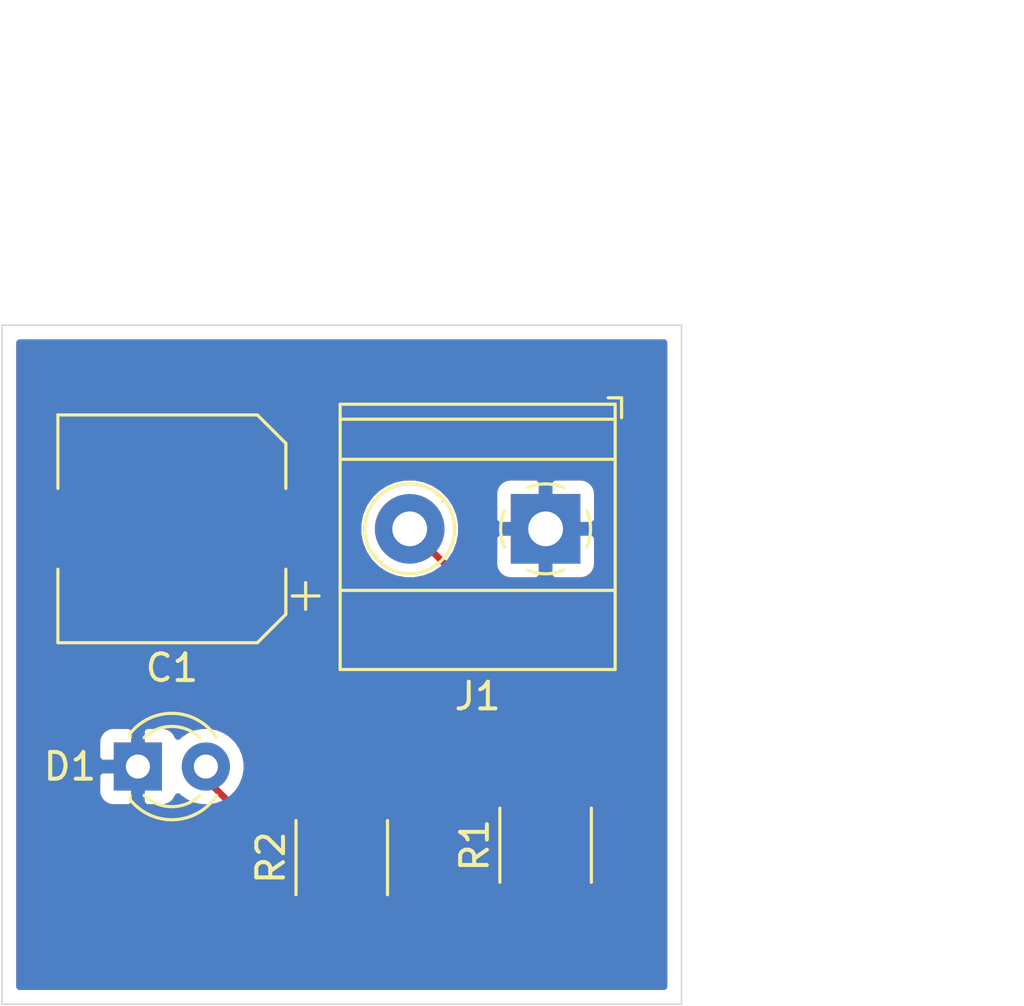
<source format=kicad_pcb>
(kicad_pcb (version 20171130) (host pcbnew "(5.1.12)-1")

  (general
    (thickness 1.6)
    (drawings 6)
    (tracks 8)
    (zones 0)
    (modules 5)
    (nets 5)
  )

  (page A4)
  (layers
    (0 F.Cu signal)
    (31 B.Cu signal)
    (32 B.Adhes user)
    (33 F.Adhes user)
    (34 B.Paste user)
    (35 F.Paste user)
    (36 B.SilkS user)
    (37 F.SilkS user)
    (38 B.Mask user)
    (39 F.Mask user)
    (40 Dwgs.User user)
    (41 Cmts.User user)
    (42 Eco1.User user)
    (43 Eco2.User user)
    (44 Edge.Cuts user)
    (45 Margin user)
    (46 B.CrtYd user)
    (47 F.CrtYd user)
    (48 B.Fab user)
    (49 F.Fab user)
  )

  (setup
    (last_trace_width 0.25)
    (trace_clearance 0.2)
    (zone_clearance 0.508)
    (zone_45_only no)
    (trace_min 0.2)
    (via_size 0.8)
    (via_drill 0.4)
    (via_min_size 0.4)
    (via_min_drill 0.3)
    (uvia_size 0.3)
    (uvia_drill 0.1)
    (uvias_allowed no)
    (uvia_min_size 0.2)
    (uvia_min_drill 0.1)
    (edge_width 0.05)
    (segment_width 0.2)
    (pcb_text_width 0.3)
    (pcb_text_size 1.5 1.5)
    (mod_edge_width 0.12)
    (mod_text_size 1 1)
    (mod_text_width 0.15)
    (pad_size 1.524 1.524)
    (pad_drill 0.762)
    (pad_to_mask_clearance 0)
    (aux_axis_origin 0 0)
    (visible_elements FFFFFF7F)
    (pcbplotparams
      (layerselection 0x010fc_ffffffff)
      (usegerberextensions false)
      (usegerberattributes true)
      (usegerberadvancedattributes true)
      (creategerberjobfile true)
      (excludeedgelayer true)
      (linewidth 0.100000)
      (plotframeref false)
      (viasonmask false)
      (mode 1)
      (useauxorigin false)
      (hpglpennumber 1)
      (hpglpenspeed 20)
      (hpglpendiameter 15.000000)
      (psnegative false)
      (psa4output false)
      (plotreference true)
      (plotvalue true)
      (plotinvisibletext false)
      (padsonsilk false)
      (subtractmaskfromsilk false)
      (outputformat 1)
      (mirror false)
      (drillshape 1)
      (scaleselection 1)
      (outputdirectory ""))
  )

  (net 0 "")
  (net 1 "Net-(C1-Pad1)")
  (net 2 GND)
  (net 3 "Net-(D1-Pad2)")
  (net 4 "Net-(J1-Pad2)")

  (net_class Default "This is the default net class."
    (clearance 0.2)
    (trace_width 0.25)
    (via_dia 0.8)
    (via_drill 0.4)
    (uvia_dia 0.3)
    (uvia_drill 0.1)
    (add_net GND)
    (add_net "Net-(C1-Pad1)")
    (add_net "Net-(D1-Pad2)")
    (add_net "Net-(J1-Pad2)")
  )

  (module Capacitor_SMD:CP_Elec_8x10 (layer F.Cu) (tedit 5BCA39D0) (tstamp 61EE09C7)
    (at 171.45 96.52 180)
    (descr "SMD capacitor, aluminum electrolytic, Nichicon, 8.0x10mm")
    (tags "capacitor electrolytic")
    (path /61EDC117)
    (attr smd)
    (fp_text reference C1 (at 0 -5.2) (layer F.SilkS)
      (effects (font (size 1 1) (thickness 0.15)))
    )
    (fp_text value C (at 0 5.2) (layer F.Fab)
      (effects (font (size 1 1) (thickness 0.15)))
    )
    (fp_line (start -5.25 1.5) (end -4.4 1.5) (layer F.CrtYd) (width 0.05))
    (fp_line (start -5.25 -1.5) (end -5.25 1.5) (layer F.CrtYd) (width 0.05))
    (fp_line (start -4.4 -1.5) (end -5.25 -1.5) (layer F.CrtYd) (width 0.05))
    (fp_line (start -4.4 1.5) (end -4.4 3.25) (layer F.CrtYd) (width 0.05))
    (fp_line (start -4.4 -3.25) (end -4.4 -1.5) (layer F.CrtYd) (width 0.05))
    (fp_line (start -4.4 -3.25) (end -3.25 -4.4) (layer F.CrtYd) (width 0.05))
    (fp_line (start -4.4 3.25) (end -3.25 4.4) (layer F.CrtYd) (width 0.05))
    (fp_line (start -3.25 -4.4) (end 4.4 -4.4) (layer F.CrtYd) (width 0.05))
    (fp_line (start -3.25 4.4) (end 4.4 4.4) (layer F.CrtYd) (width 0.05))
    (fp_line (start 4.4 1.5) (end 4.4 4.4) (layer F.CrtYd) (width 0.05))
    (fp_line (start 5.25 1.5) (end 4.4 1.5) (layer F.CrtYd) (width 0.05))
    (fp_line (start 5.25 -1.5) (end 5.25 1.5) (layer F.CrtYd) (width 0.05))
    (fp_line (start 4.4 -1.5) (end 5.25 -1.5) (layer F.CrtYd) (width 0.05))
    (fp_line (start 4.4 -4.4) (end 4.4 -1.5) (layer F.CrtYd) (width 0.05))
    (fp_line (start -5 -3.01) (end -5 -2.01) (layer F.SilkS) (width 0.12))
    (fp_line (start -5.5 -2.51) (end -4.5 -2.51) (layer F.SilkS) (width 0.12))
    (fp_line (start -4.26 3.195563) (end -3.195563 4.26) (layer F.SilkS) (width 0.12))
    (fp_line (start -4.26 -3.195563) (end -3.195563 -4.26) (layer F.SilkS) (width 0.12))
    (fp_line (start -4.26 -3.195563) (end -4.26 -1.51) (layer F.SilkS) (width 0.12))
    (fp_line (start -4.26 3.195563) (end -4.26 1.51) (layer F.SilkS) (width 0.12))
    (fp_line (start -3.195563 4.26) (end 4.26 4.26) (layer F.SilkS) (width 0.12))
    (fp_line (start -3.195563 -4.26) (end 4.26 -4.26) (layer F.SilkS) (width 0.12))
    (fp_line (start 4.26 -4.26) (end 4.26 -1.51) (layer F.SilkS) (width 0.12))
    (fp_line (start 4.26 4.26) (end 4.26 1.51) (layer F.SilkS) (width 0.12))
    (fp_line (start -3.162278 -1.9) (end -3.162278 -1.1) (layer F.Fab) (width 0.1))
    (fp_line (start -3.562278 -1.5) (end -2.762278 -1.5) (layer F.Fab) (width 0.1))
    (fp_line (start -4.15 3.15) (end -3.15 4.15) (layer F.Fab) (width 0.1))
    (fp_line (start -4.15 -3.15) (end -3.15 -4.15) (layer F.Fab) (width 0.1))
    (fp_line (start -4.15 -3.15) (end -4.15 3.15) (layer F.Fab) (width 0.1))
    (fp_line (start -3.15 4.15) (end 4.15 4.15) (layer F.Fab) (width 0.1))
    (fp_line (start -3.15 -4.15) (end 4.15 -4.15) (layer F.Fab) (width 0.1))
    (fp_line (start 4.15 -4.15) (end 4.15 4.15) (layer F.Fab) (width 0.1))
    (fp_circle (center 0 0) (end 4 0) (layer F.Fab) (width 0.1))
    (fp_text user %R (at 0 0) (layer F.Fab)
      (effects (font (size 1 1) (thickness 0.15)))
    )
    (pad 1 smd roundrect (at -3.25 0 180) (size 3.5 2.5) (layers F.Cu F.Paste F.Mask) (roundrect_rratio 0.1)
      (net 1 "Net-(C1-Pad1)"))
    (pad 2 smd roundrect (at 3.25 0 180) (size 3.5 2.5) (layers F.Cu F.Paste F.Mask) (roundrect_rratio 0.1)
      (net 2 GND))
    (model ${KISYS3DMOD}/Capacitor_SMD.3dshapes/CP_Elec_8x10.wrl
      (at (xyz 0 0 0))
      (scale (xyz 1 1 1))
      (rotate (xyz 0 0 0))
    )
  )

  (module LED_THT:LED_D3.0mm (layer F.Cu) (tedit 587A3A7B) (tstamp 61EE09DA)
    (at 170.18 105.41)
    (descr "LED, diameter 3.0mm, 2 pins")
    (tags "LED diameter 3.0mm 2 pins")
    (path /61EDC96A)
    (fp_text reference D1 (at -2.54 0) (layer F.SilkS)
      (effects (font (size 1 1) (thickness 0.15)))
    )
    (fp_text value LED (at 1.27 2.96) (layer F.Fab)
      (effects (font (size 1 1) (thickness 0.15)))
    )
    (fp_line (start 3.7 -2.25) (end -1.15 -2.25) (layer F.CrtYd) (width 0.05))
    (fp_line (start 3.7 2.25) (end 3.7 -2.25) (layer F.CrtYd) (width 0.05))
    (fp_line (start -1.15 2.25) (end 3.7 2.25) (layer F.CrtYd) (width 0.05))
    (fp_line (start -1.15 -2.25) (end -1.15 2.25) (layer F.CrtYd) (width 0.05))
    (fp_line (start -0.29 1.08) (end -0.29 1.236) (layer F.SilkS) (width 0.12))
    (fp_line (start -0.29 -1.236) (end -0.29 -1.08) (layer F.SilkS) (width 0.12))
    (fp_line (start -0.23 -1.16619) (end -0.23 1.16619) (layer F.Fab) (width 0.1))
    (fp_circle (center 1.27 0) (end 2.77 0) (layer F.Fab) (width 0.1))
    (fp_arc (start 1.27 0) (end -0.23 -1.16619) (angle 284.3) (layer F.Fab) (width 0.1))
    (fp_arc (start 1.27 0) (end -0.29 -1.235516) (angle 108.8) (layer F.SilkS) (width 0.12))
    (fp_arc (start 1.27 0) (end -0.29 1.235516) (angle -108.8) (layer F.SilkS) (width 0.12))
    (fp_arc (start 1.27 0) (end 0.229039 -1.08) (angle 87.9) (layer F.SilkS) (width 0.12))
    (fp_arc (start 1.27 0) (end 0.229039 1.08) (angle -87.9) (layer F.SilkS) (width 0.12))
    (pad 1 thru_hole rect (at 0 0) (size 1.8 1.8) (drill 0.9) (layers *.Cu *.Mask)
      (net 2 GND))
    (pad 2 thru_hole circle (at 2.54 0) (size 1.8 1.8) (drill 0.9) (layers *.Cu *.Mask)
      (net 3 "Net-(D1-Pad2)"))
    (model ${KISYS3DMOD}/LED_THT.3dshapes/LED_D3.0mm.wrl
      (at (xyz 0 0 0))
      (scale (xyz 1 1 1))
      (rotate (xyz 0 0 0))
    )
  )

  (module TerminalBlock_Phoenix:TerminalBlock_Phoenix_MKDS-1,5-2-5.08_1x02_P5.08mm_Horizontal (layer F.Cu) (tedit 5B294EBC) (tstamp 61EE0A06)
    (at 185.42 96.52 180)
    (descr "Terminal Block Phoenix MKDS-1,5-2-5.08, 2 pins, pitch 5.08mm, size 10.2x9.8mm^2, drill diamater 1.3mm, pad diameter 2.6mm, see http://www.farnell.com/datasheets/100425.pdf, script-generated using https://github.com/pointhi/kicad-footprint-generator/scripts/TerminalBlock_Phoenix")
    (tags "THT Terminal Block Phoenix MKDS-1,5-2-5.08 pitch 5.08mm size 10.2x9.8mm^2 drill 1.3mm pad 2.6mm")
    (path /61EDAC21)
    (fp_text reference J1 (at 2.54 -6.26) (layer F.SilkS)
      (effects (font (size 1 1) (thickness 0.15)))
    )
    (fp_text value Screw_Terminal_01x02 (at 2.54 5.66) (layer F.Fab)
      (effects (font (size 1 1) (thickness 0.15)))
    )
    (fp_line (start 8.13 -5.71) (end -3.04 -5.71) (layer F.CrtYd) (width 0.05))
    (fp_line (start 8.13 5.1) (end 8.13 -5.71) (layer F.CrtYd) (width 0.05))
    (fp_line (start -3.04 5.1) (end 8.13 5.1) (layer F.CrtYd) (width 0.05))
    (fp_line (start -3.04 -5.71) (end -3.04 5.1) (layer F.CrtYd) (width 0.05))
    (fp_line (start -2.84 4.9) (end -2.34 4.9) (layer F.SilkS) (width 0.12))
    (fp_line (start -2.84 4.16) (end -2.84 4.9) (layer F.SilkS) (width 0.12))
    (fp_line (start 3.853 1.023) (end 3.806 1.069) (layer F.SilkS) (width 0.12))
    (fp_line (start 6.15 -1.275) (end 6.115 -1.239) (layer F.SilkS) (width 0.12))
    (fp_line (start 4.046 1.239) (end 4.011 1.274) (layer F.SilkS) (width 0.12))
    (fp_line (start 6.355 -1.069) (end 6.308 -1.023) (layer F.SilkS) (width 0.12))
    (fp_line (start 6.035 -1.138) (end 3.943 0.955) (layer F.Fab) (width 0.1))
    (fp_line (start 6.218 -0.955) (end 4.126 1.138) (layer F.Fab) (width 0.1))
    (fp_line (start 0.955 -1.138) (end -1.138 0.955) (layer F.Fab) (width 0.1))
    (fp_line (start 1.138 -0.955) (end -0.955 1.138) (layer F.Fab) (width 0.1))
    (fp_line (start 7.68 -5.261) (end 7.68 4.66) (layer F.SilkS) (width 0.12))
    (fp_line (start -2.6 -5.261) (end -2.6 4.66) (layer F.SilkS) (width 0.12))
    (fp_line (start -2.6 4.66) (end 7.68 4.66) (layer F.SilkS) (width 0.12))
    (fp_line (start -2.6 -5.261) (end 7.68 -5.261) (layer F.SilkS) (width 0.12))
    (fp_line (start -2.6 -2.301) (end 7.68 -2.301) (layer F.SilkS) (width 0.12))
    (fp_line (start -2.54 -2.3) (end 7.62 -2.3) (layer F.Fab) (width 0.1))
    (fp_line (start -2.6 2.6) (end 7.68 2.6) (layer F.SilkS) (width 0.12))
    (fp_line (start -2.54 2.6) (end 7.62 2.6) (layer F.Fab) (width 0.1))
    (fp_line (start -2.6 4.1) (end 7.68 4.1) (layer F.SilkS) (width 0.12))
    (fp_line (start -2.54 4.1) (end 7.62 4.1) (layer F.Fab) (width 0.1))
    (fp_line (start -2.54 4.1) (end -2.54 -5.2) (layer F.Fab) (width 0.1))
    (fp_line (start -2.04 4.6) (end -2.54 4.1) (layer F.Fab) (width 0.1))
    (fp_line (start 7.62 4.6) (end -2.04 4.6) (layer F.Fab) (width 0.1))
    (fp_line (start 7.62 -5.2) (end 7.62 4.6) (layer F.Fab) (width 0.1))
    (fp_line (start -2.54 -5.2) (end 7.62 -5.2) (layer F.Fab) (width 0.1))
    (fp_circle (center 5.08 0) (end 6.76 0) (layer F.SilkS) (width 0.12))
    (fp_circle (center 5.08 0) (end 6.58 0) (layer F.Fab) (width 0.1))
    (fp_circle (center 0 0) (end 1.5 0) (layer F.Fab) (width 0.1))
    (fp_arc (start 0 0) (end 0 1.68) (angle -24) (layer F.SilkS) (width 0.12))
    (fp_arc (start 0 0) (end 1.535 0.684) (angle -48) (layer F.SilkS) (width 0.12))
    (fp_arc (start 0 0) (end 0.684 -1.535) (angle -48) (layer F.SilkS) (width 0.12))
    (fp_arc (start 0 0) (end -1.535 -0.684) (angle -48) (layer F.SilkS) (width 0.12))
    (fp_arc (start 0 0) (end -0.684 1.535) (angle -25) (layer F.SilkS) (width 0.12))
    (fp_text user %R (at 2.54 3.2) (layer F.Fab)
      (effects (font (size 1 1) (thickness 0.15)))
    )
    (pad 1 thru_hole rect (at 0 0 180) (size 2.6 2.6) (drill 1.3) (layers *.Cu *.Mask)
      (net 2 GND))
    (pad 2 thru_hole circle (at 5.08 0 180) (size 2.6 2.6) (drill 1.3) (layers *.Cu *.Mask)
      (net 4 "Net-(J1-Pad2)"))
    (model ${KISYS3DMOD}/TerminalBlock_Phoenix.3dshapes/TerminalBlock_Phoenix_MKDS-1,5-2-5.08_1x02_P5.08mm_Horizontal.wrl
      (at (xyz 0 0 0))
      (scale (xyz 1 1 1))
      (rotate (xyz 0 0 0))
    )
  )

  (module Resistor_SMD:R_1812_4532Metric (layer F.Cu) (tedit 5F68FEEE) (tstamp 61EE0A17)
    (at 185.42 108.3525 90)
    (descr "Resistor SMD 1812 (4532 Metric), square (rectangular) end terminal, IPC_7351 nominal, (Body size source: https://www.nikhef.nl/pub/departments/mt/projects/detectorR_D/dtddice/ERJ2G.pdf), generated with kicad-footprint-generator")
    (tags resistor)
    (path /61EDB32D)
    (attr smd)
    (fp_text reference R1 (at 0 -2.65 90) (layer F.SilkS)
      (effects (font (size 1 1) (thickness 0.15)))
    )
    (fp_text value R (at 0 2.65 90) (layer F.Fab)
      (effects (font (size 1 1) (thickness 0.15)))
    )
    (fp_line (start 2.95 1.95) (end -2.95 1.95) (layer F.CrtYd) (width 0.05))
    (fp_line (start 2.95 -1.95) (end 2.95 1.95) (layer F.CrtYd) (width 0.05))
    (fp_line (start -2.95 -1.95) (end 2.95 -1.95) (layer F.CrtYd) (width 0.05))
    (fp_line (start -2.95 1.95) (end -2.95 -1.95) (layer F.CrtYd) (width 0.05))
    (fp_line (start -1.386252 1.71) (end 1.386252 1.71) (layer F.SilkS) (width 0.12))
    (fp_line (start -1.386252 -1.71) (end 1.386252 -1.71) (layer F.SilkS) (width 0.12))
    (fp_line (start 2.25 1.6) (end -2.25 1.6) (layer F.Fab) (width 0.1))
    (fp_line (start 2.25 -1.6) (end 2.25 1.6) (layer F.Fab) (width 0.1))
    (fp_line (start -2.25 -1.6) (end 2.25 -1.6) (layer F.Fab) (width 0.1))
    (fp_line (start -2.25 1.6) (end -2.25 -1.6) (layer F.Fab) (width 0.1))
    (fp_text user %R (at 0 0 90) (layer F.Fab)
      (effects (font (size 1 1) (thickness 0.15)))
    )
    (pad 1 smd roundrect (at -2.1375 0 90) (size 1.125 3.4) (layers F.Cu F.Paste F.Mask) (roundrect_rratio 0.222222)
      (net 1 "Net-(C1-Pad1)"))
    (pad 2 smd roundrect (at 2.1375 0 90) (size 1.125 3.4) (layers F.Cu F.Paste F.Mask) (roundrect_rratio 0.222222)
      (net 4 "Net-(J1-Pad2)"))
    (model ${KISYS3DMOD}/Resistor_SMD.3dshapes/R_1812_4532Metric.wrl
      (at (xyz 0 0 0))
      (scale (xyz 1 1 1))
      (rotate (xyz 0 0 0))
    )
  )

  (module Resistor_SMD:R_1812_4532Metric (layer F.Cu) (tedit 5F68FEEE) (tstamp 61EE0A28)
    (at 177.8 108.8175 90)
    (descr "Resistor SMD 1812 (4532 Metric), square (rectangular) end terminal, IPC_7351 nominal, (Body size source: https://www.nikhef.nl/pub/departments/mt/projects/detectorR_D/dtddice/ERJ2G.pdf), generated with kicad-footprint-generator")
    (tags resistor)
    (path /61EDBCFC)
    (attr smd)
    (fp_text reference R2 (at 0 -2.65 90) (layer F.SilkS)
      (effects (font (size 1 1) (thickness 0.15)))
    )
    (fp_text value R (at 0 2.65 90) (layer F.Fab)
      (effects (font (size 1 1) (thickness 0.15)))
    )
    (fp_text user %R (at 0 0 90) (layer F.Fab)
      (effects (font (size 1 1) (thickness 0.15)))
    )
    (fp_line (start -2.25 1.6) (end -2.25 -1.6) (layer F.Fab) (width 0.1))
    (fp_line (start -2.25 -1.6) (end 2.25 -1.6) (layer F.Fab) (width 0.1))
    (fp_line (start 2.25 -1.6) (end 2.25 1.6) (layer F.Fab) (width 0.1))
    (fp_line (start 2.25 1.6) (end -2.25 1.6) (layer F.Fab) (width 0.1))
    (fp_line (start -1.386252 -1.71) (end 1.386252 -1.71) (layer F.SilkS) (width 0.12))
    (fp_line (start -1.386252 1.71) (end 1.386252 1.71) (layer F.SilkS) (width 0.12))
    (fp_line (start -2.95 1.95) (end -2.95 -1.95) (layer F.CrtYd) (width 0.05))
    (fp_line (start -2.95 -1.95) (end 2.95 -1.95) (layer F.CrtYd) (width 0.05))
    (fp_line (start 2.95 -1.95) (end 2.95 1.95) (layer F.CrtYd) (width 0.05))
    (fp_line (start 2.95 1.95) (end -2.95 1.95) (layer F.CrtYd) (width 0.05))
    (pad 2 smd roundrect (at 2.1375 0 90) (size 1.125 3.4) (layers F.Cu F.Paste F.Mask) (roundrect_rratio 0.222222)
      (net 1 "Net-(C1-Pad1)"))
    (pad 1 smd roundrect (at -2.1375 0 90) (size 1.125 3.4) (layers F.Cu F.Paste F.Mask) (roundrect_rratio 0.222222)
      (net 3 "Net-(D1-Pad2)"))
    (model ${KISYS3DMOD}/Resistor_SMD.3dshapes/R_1812_4532Metric.wrl
      (at (xyz 0 0 0))
      (scale (xyz 1 1 1))
      (rotate (xyz 0 0 0))
    )
  )

  (gr_line (start 165.1 88.9) (end 190.5 88.9) (layer Edge.Cuts) (width 0.05) (tstamp 61EE0B31))
  (gr_line (start 165.1 114.3) (end 165.1 88.9) (layer Edge.Cuts) (width 0.05))
  (gr_line (start 190.5 114.3) (end 165.1 114.3) (layer Edge.Cuts) (width 0.05))
  (gr_line (start 190.5 88.9) (end 190.5 114.3) (layer Edge.Cuts) (width 0.05))
  (dimension 25.4 (width 0.15) (layer Dwgs.User)
    (gr_text "25.400 mm" (at 177.8 77.44) (layer Dwgs.User)
      (effects (font (size 1 1) (thickness 0.15)))
    )
    (feature1 (pts (xy 165.1 88.9) (xy 165.1 78.153579)))
    (feature2 (pts (xy 190.5 88.9) (xy 190.5 78.153579)))
    (crossbar (pts (xy 190.5 78.74) (xy 165.1 78.74)))
    (arrow1a (pts (xy 165.1 78.74) (xy 166.226504 78.153579)))
    (arrow1b (pts (xy 165.1 78.74) (xy 166.226504 79.326421)))
    (arrow2a (pts (xy 190.5 78.74) (xy 189.373496 78.153579)))
    (arrow2b (pts (xy 190.5 78.74) (xy 189.373496 79.326421)))
  )
  (dimension 25.4 (width 0.15) (layer Dwgs.User)
    (gr_text "25.400 mm" (at 201.96 101.6 270) (layer Dwgs.User)
      (effects (font (size 1 1) (thickness 0.15)))
    )
    (feature1 (pts (xy 190.5 114.3) (xy 201.246421 114.3)))
    (feature2 (pts (xy 190.5 88.9) (xy 201.246421 88.9)))
    (crossbar (pts (xy 200.66 88.9) (xy 200.66 114.3)))
    (arrow1a (pts (xy 200.66 114.3) (xy 200.073579 113.173496)))
    (arrow1b (pts (xy 200.66 114.3) (xy 201.246421 113.173496)))
    (arrow2a (pts (xy 200.66 88.9) (xy 200.073579 90.026504)))
    (arrow2b (pts (xy 200.66 88.9) (xy 201.246421 90.026504)))
  )

  (segment (start 181.61 110.49) (end 177.8 106.68) (width 0.25) (layer F.Cu) (net 1))
  (segment (start 185.42 110.49) (end 181.61 110.49) (width 0.25) (layer F.Cu) (net 1))
  (segment (start 177.8 99.62) (end 174.7 96.52) (width 0.25) (layer F.Cu) (net 1))
  (segment (start 177.8 106.68) (end 177.8 99.62) (width 0.25) (layer F.Cu) (net 1))
  (segment (start 172.72 105.875) (end 172.72 105.41) (width 0.25) (layer F.Cu) (net 3))
  (segment (start 177.8 110.955) (end 172.72 105.875) (width 0.25) (layer F.Cu) (net 3))
  (segment (start 185.42 101.6) (end 180.34 96.52) (width 0.25) (layer F.Cu) (net 4))
  (segment (start 185.42 106.215) (end 185.42 101.6) (width 0.25) (layer F.Cu) (net 4))

  (zone (net 2) (net_name GND) (layer F.Cu) (tstamp 0) (hatch edge 0.508)
    (connect_pads (clearance 0.508))
    (min_thickness 0.254)
    (fill yes (arc_segments 32) (thermal_gap 0.508) (thermal_bridge_width 0.508))
    (polygon
      (pts
        (xy 190.5 114.3) (xy 165.1 114.3) (xy 165.1 88.9) (xy 190.5 88.9)
      )
    )
    (filled_polygon
      (pts
        (xy 189.840001 113.64) (xy 165.76 113.64) (xy 165.76 106.31) (xy 168.641928 106.31) (xy 168.654188 106.434482)
        (xy 168.690498 106.55418) (xy 168.749463 106.664494) (xy 168.828815 106.761185) (xy 168.925506 106.840537) (xy 169.03582 106.899502)
        (xy 169.155518 106.935812) (xy 169.28 106.948072) (xy 169.89425 106.945) (xy 170.053 106.78625) (xy 170.053 105.537)
        (xy 168.80375 105.537) (xy 168.645 105.69575) (xy 168.641928 106.31) (xy 165.76 106.31) (xy 165.76 104.51)
        (xy 168.641928 104.51) (xy 168.645 105.12425) (xy 168.80375 105.283) (xy 170.053 105.283) (xy 170.053 104.03375)
        (xy 170.307 104.03375) (xy 170.307 105.283) (xy 170.327 105.283) (xy 170.327 105.537) (xy 170.307 105.537)
        (xy 170.307 106.78625) (xy 170.46575 106.945) (xy 171.08 106.948072) (xy 171.204482 106.935812) (xy 171.32418 106.899502)
        (xy 171.434494 106.840537) (xy 171.531185 106.761185) (xy 171.610537 106.664494) (xy 171.669502 106.55418) (xy 171.675056 106.535873)
        (xy 171.741495 106.602312) (xy 171.992905 106.770299) (xy 172.272257 106.886011) (xy 172.568816 106.945) (xy 172.715199 106.945)
        (xy 175.756475 109.986276) (xy 175.722038 110.014538) (xy 175.611595 110.149113) (xy 175.529528 110.302649) (xy 175.478992 110.469245)
        (xy 175.461928 110.642499) (xy 175.461928 111.267501) (xy 175.478992 111.440755) (xy 175.529528 111.607351) (xy 175.611595 111.760887)
        (xy 175.722038 111.895462) (xy 175.856613 112.005905) (xy 176.010149 112.087972) (xy 176.176745 112.138508) (xy 176.349999 112.155572)
        (xy 179.250001 112.155572) (xy 179.423255 112.138508) (xy 179.589851 112.087972) (xy 179.743387 112.005905) (xy 179.877962 111.895462)
        (xy 179.988405 111.760887) (xy 180.070472 111.607351) (xy 180.121008 111.440755) (xy 180.138072 111.267501) (xy 180.138072 110.642499)
        (xy 180.121008 110.469245) (xy 180.070472 110.302649) (xy 179.988405 110.149113) (xy 179.877962 110.014538) (xy 179.743387 109.904095)
        (xy 179.589851 109.822028) (xy 179.423255 109.771492) (xy 179.250001 109.754428) (xy 177.67423 109.754428) (xy 174.070925 106.151124)
        (xy 174.080299 106.137095) (xy 174.196011 105.857743) (xy 174.255 105.561184) (xy 174.255 105.258816) (xy 174.196011 104.962257)
        (xy 174.080299 104.682905) (xy 173.912312 104.431495) (xy 173.698505 104.217688) (xy 173.447095 104.049701) (xy 173.167743 103.933989)
        (xy 172.871184 103.875) (xy 172.568816 103.875) (xy 172.272257 103.933989) (xy 171.992905 104.049701) (xy 171.741495 104.217688)
        (xy 171.675056 104.284127) (xy 171.669502 104.26582) (xy 171.610537 104.155506) (xy 171.531185 104.058815) (xy 171.434494 103.979463)
        (xy 171.32418 103.920498) (xy 171.204482 103.884188) (xy 171.08 103.871928) (xy 170.46575 103.875) (xy 170.307 104.03375)
        (xy 170.053 104.03375) (xy 169.89425 103.875) (xy 169.28 103.871928) (xy 169.155518 103.884188) (xy 169.03582 103.920498)
        (xy 168.925506 103.979463) (xy 168.828815 104.058815) (xy 168.749463 104.155506) (xy 168.690498 104.26582) (xy 168.654188 104.385518)
        (xy 168.641928 104.51) (xy 165.76 104.51) (xy 165.76 97.77) (xy 165.811928 97.77) (xy 165.824188 97.894482)
        (xy 165.860498 98.01418) (xy 165.919463 98.124494) (xy 165.998815 98.221185) (xy 166.095506 98.300537) (xy 166.20582 98.359502)
        (xy 166.325518 98.395812) (xy 166.45 98.408072) (xy 167.91425 98.405) (xy 168.073 98.24625) (xy 168.073 96.647)
        (xy 168.327 96.647) (xy 168.327 98.24625) (xy 168.48575 98.405) (xy 169.95 98.408072) (xy 170.074482 98.395812)
        (xy 170.19418 98.359502) (xy 170.304494 98.300537) (xy 170.401185 98.221185) (xy 170.480537 98.124494) (xy 170.539502 98.01418)
        (xy 170.575812 97.894482) (xy 170.588072 97.77) (xy 170.585 96.80575) (xy 170.42625 96.647) (xy 168.327 96.647)
        (xy 168.073 96.647) (xy 165.97375 96.647) (xy 165.815 96.80575) (xy 165.811928 97.77) (xy 165.76 97.77)
        (xy 165.76 95.27) (xy 165.811928 95.27) (xy 165.815 96.23425) (xy 165.97375 96.393) (xy 168.073 96.393)
        (xy 168.073 94.79375) (xy 168.327 94.79375) (xy 168.327 96.393) (xy 170.42625 96.393) (xy 170.585 96.23425)
        (xy 170.587275 95.52) (xy 172.311928 95.52) (xy 172.311928 97.52) (xy 172.328992 97.693254) (xy 172.379528 97.85985)
        (xy 172.461595 98.013386) (xy 172.572038 98.147962) (xy 172.706614 98.258405) (xy 172.86015 98.340472) (xy 173.026746 98.391008)
        (xy 173.2 98.408072) (xy 175.513271 98.408072) (xy 177.040001 99.934803) (xy 177.04 105.479428) (xy 176.349999 105.479428)
        (xy 176.176745 105.496492) (xy 176.010149 105.547028) (xy 175.856613 105.629095) (xy 175.722038 105.739538) (xy 175.611595 105.874113)
        (xy 175.529528 106.027649) (xy 175.478992 106.194245) (xy 175.461928 106.367499) (xy 175.461928 106.992501) (xy 175.478992 107.165755)
        (xy 175.529528 107.332351) (xy 175.611595 107.485887) (xy 175.722038 107.620462) (xy 175.856613 107.730905) (xy 176.010149 107.812972)
        (xy 176.176745 107.863508) (xy 176.349999 107.880572) (xy 177.925771 107.880572) (xy 181.046201 111.001003) (xy 181.069999 111.030001)
        (xy 181.185724 111.124974) (xy 181.317753 111.195546) (xy 181.461014 111.239003) (xy 181.572667 111.25) (xy 181.572675 111.25)
        (xy 181.61 111.253676) (xy 181.647325 111.25) (xy 183.207068 111.25) (xy 183.231595 111.295887) (xy 183.342038 111.430462)
        (xy 183.476613 111.540905) (xy 183.630149 111.622972) (xy 183.796745 111.673508) (xy 183.969999 111.690572) (xy 186.870001 111.690572)
        (xy 187.043255 111.673508) (xy 187.209851 111.622972) (xy 187.363387 111.540905) (xy 187.497962 111.430462) (xy 187.608405 111.295887)
        (xy 187.690472 111.142351) (xy 187.741008 110.975755) (xy 187.758072 110.802501) (xy 187.758072 110.177499) (xy 187.741008 110.004245)
        (xy 187.690472 109.837649) (xy 187.608405 109.684113) (xy 187.497962 109.549538) (xy 187.363387 109.439095) (xy 187.209851 109.357028)
        (xy 187.043255 109.306492) (xy 186.870001 109.289428) (xy 183.969999 109.289428) (xy 183.796745 109.306492) (xy 183.630149 109.357028)
        (xy 183.476613 109.439095) (xy 183.342038 109.549538) (xy 183.231595 109.684113) (xy 183.207068 109.73) (xy 181.924802 109.73)
        (xy 179.843525 107.648724) (xy 179.877962 107.620462) (xy 179.988405 107.485887) (xy 180.070472 107.332351) (xy 180.121008 107.165755)
        (xy 180.138072 106.992501) (xy 180.138072 106.367499) (xy 180.121008 106.194245) (xy 180.070472 106.027649) (xy 179.988405 105.874113)
        (xy 179.877962 105.739538) (xy 179.743387 105.629095) (xy 179.589851 105.547028) (xy 179.423255 105.496492) (xy 179.250001 105.479428)
        (xy 178.56 105.479428) (xy 178.56 99.657322) (xy 178.563676 99.619999) (xy 178.56 99.582676) (xy 178.56 99.582667)
        (xy 178.549003 99.471014) (xy 178.505546 99.327753) (xy 178.434974 99.195723) (xy 178.363799 99.108997) (xy 178.340001 99.079999)
        (xy 178.311003 99.056201) (xy 177.042392 97.78759) (xy 177.071008 97.693254) (xy 177.088072 97.52) (xy 177.088072 96.329419)
        (xy 178.405 96.329419) (xy 178.405 96.710581) (xy 178.479361 97.084419) (xy 178.625225 97.436566) (xy 178.836987 97.753491)
        (xy 179.106509 98.023013) (xy 179.423434 98.234775) (xy 179.775581 98.380639) (xy 180.149419 98.455) (xy 180.530581 98.455)
        (xy 180.904419 98.380639) (xy 181.060986 98.315787) (xy 184.660001 101.914803) (xy 184.66 105.014428) (xy 183.969999 105.014428)
        (xy 183.796745 105.031492) (xy 183.630149 105.082028) (xy 183.476613 105.164095) (xy 183.342038 105.274538) (xy 183.231595 105.409113)
        (xy 183.149528 105.562649) (xy 183.098992 105.729245) (xy 183.081928 105.902499) (xy 183.081928 106.527501) (xy 183.098992 106.700755)
        (xy 183.149528 106.867351) (xy 183.231595 107.020887) (xy 183.342038 107.155462) (xy 183.476613 107.265905) (xy 183.630149 107.347972)
        (xy 183.796745 107.398508) (xy 183.969999 107.415572) (xy 186.870001 107.415572) (xy 187.043255 107.398508) (xy 187.209851 107.347972)
        (xy 187.363387 107.265905) (xy 187.497962 107.155462) (xy 187.608405 107.020887) (xy 187.690472 106.867351) (xy 187.741008 106.700755)
        (xy 187.758072 106.527501) (xy 187.758072 105.902499) (xy 187.741008 105.729245) (xy 187.690472 105.562649) (xy 187.608405 105.409113)
        (xy 187.497962 105.274538) (xy 187.363387 105.164095) (xy 187.209851 105.082028) (xy 187.043255 105.031492) (xy 186.870001 105.014428)
        (xy 186.18 105.014428) (xy 186.18 101.637323) (xy 186.183676 101.6) (xy 186.18 101.562677) (xy 186.18 101.562667)
        (xy 186.169003 101.451014) (xy 186.125546 101.307753) (xy 186.054974 101.175723) (xy 185.983799 101.088997) (xy 185.960001 101.059999)
        (xy 185.931003 101.036201) (xy 182.714802 97.82) (xy 183.481928 97.82) (xy 183.494188 97.944482) (xy 183.530498 98.06418)
        (xy 183.589463 98.174494) (xy 183.668815 98.271185) (xy 183.765506 98.350537) (xy 183.87582 98.409502) (xy 183.995518 98.445812)
        (xy 184.12 98.458072) (xy 185.13425 98.455) (xy 185.293 98.29625) (xy 185.293 96.647) (xy 185.547 96.647)
        (xy 185.547 98.29625) (xy 185.70575 98.455) (xy 186.72 98.458072) (xy 186.844482 98.445812) (xy 186.96418 98.409502)
        (xy 187.074494 98.350537) (xy 187.171185 98.271185) (xy 187.250537 98.174494) (xy 187.309502 98.06418) (xy 187.345812 97.944482)
        (xy 187.358072 97.82) (xy 187.355 96.80575) (xy 187.19625 96.647) (xy 185.547 96.647) (xy 185.293 96.647)
        (xy 183.64375 96.647) (xy 183.485 96.80575) (xy 183.481928 97.82) (xy 182.714802 97.82) (xy 182.135787 97.240986)
        (xy 182.200639 97.084419) (xy 182.275 96.710581) (xy 182.275 96.329419) (xy 182.200639 95.955581) (xy 182.054775 95.603434)
        (xy 181.843013 95.286509) (xy 181.776504 95.22) (xy 183.481928 95.22) (xy 183.485 96.23425) (xy 183.64375 96.393)
        (xy 185.293 96.393) (xy 185.293 94.74375) (xy 185.547 94.74375) (xy 185.547 96.393) (xy 187.19625 96.393)
        (xy 187.355 96.23425) (xy 187.358072 95.22) (xy 187.345812 95.095518) (xy 187.309502 94.97582) (xy 187.250537 94.865506)
        (xy 187.171185 94.768815) (xy 187.074494 94.689463) (xy 186.96418 94.630498) (xy 186.844482 94.594188) (xy 186.72 94.581928)
        (xy 185.70575 94.585) (xy 185.547 94.74375) (xy 185.293 94.74375) (xy 185.13425 94.585) (xy 184.12 94.581928)
        (xy 183.995518 94.594188) (xy 183.87582 94.630498) (xy 183.765506 94.689463) (xy 183.668815 94.768815) (xy 183.589463 94.865506)
        (xy 183.530498 94.97582) (xy 183.494188 95.095518) (xy 183.481928 95.22) (xy 181.776504 95.22) (xy 181.573491 95.016987)
        (xy 181.256566 94.805225) (xy 180.904419 94.659361) (xy 180.530581 94.585) (xy 180.149419 94.585) (xy 179.775581 94.659361)
        (xy 179.423434 94.805225) (xy 179.106509 95.016987) (xy 178.836987 95.286509) (xy 178.625225 95.603434) (xy 178.479361 95.955581)
        (xy 178.405 96.329419) (xy 177.088072 96.329419) (xy 177.088072 95.52) (xy 177.071008 95.346746) (xy 177.020472 95.18015)
        (xy 176.938405 95.026614) (xy 176.827962 94.892038) (xy 176.693386 94.781595) (xy 176.53985 94.699528) (xy 176.373254 94.648992)
        (xy 176.2 94.631928) (xy 173.2 94.631928) (xy 173.026746 94.648992) (xy 172.86015 94.699528) (xy 172.706614 94.781595)
        (xy 172.572038 94.892038) (xy 172.461595 95.026614) (xy 172.379528 95.18015) (xy 172.328992 95.346746) (xy 172.311928 95.52)
        (xy 170.587275 95.52) (xy 170.588072 95.27) (xy 170.575812 95.145518) (xy 170.539502 95.02582) (xy 170.480537 94.915506)
        (xy 170.401185 94.818815) (xy 170.304494 94.739463) (xy 170.19418 94.680498) (xy 170.074482 94.644188) (xy 169.95 94.631928)
        (xy 168.48575 94.635) (xy 168.327 94.79375) (xy 168.073 94.79375) (xy 167.91425 94.635) (xy 166.45 94.631928)
        (xy 166.325518 94.644188) (xy 166.20582 94.680498) (xy 166.095506 94.739463) (xy 165.998815 94.818815) (xy 165.919463 94.915506)
        (xy 165.860498 95.02582) (xy 165.824188 95.145518) (xy 165.811928 95.27) (xy 165.76 95.27) (xy 165.76 89.56)
        (xy 189.84 89.56)
      )
    )
  )
  (zone (net 2) (net_name GND) (layer B.Cu) (tstamp 0) (hatch edge 0.508)
    (connect_pads (clearance 0.508))
    (min_thickness 0.254)
    (fill yes (arc_segments 32) (thermal_gap 0.508) (thermal_bridge_width 0.508))
    (polygon
      (pts
        (xy 190.5 114.3) (xy 165.1 114.3) (xy 165.1 88.9) (xy 190.5 88.9)
      )
    )
    (filled_polygon
      (pts
        (xy 189.840001 113.64) (xy 165.76 113.64) (xy 165.76 106.31) (xy 168.641928 106.31) (xy 168.654188 106.434482)
        (xy 168.690498 106.55418) (xy 168.749463 106.664494) (xy 168.828815 106.761185) (xy 168.925506 106.840537) (xy 169.03582 106.899502)
        (xy 169.155518 106.935812) (xy 169.28 106.948072) (xy 169.89425 106.945) (xy 170.053 106.78625) (xy 170.053 105.537)
        (xy 168.80375 105.537) (xy 168.645 105.69575) (xy 168.641928 106.31) (xy 165.76 106.31) (xy 165.76 104.51)
        (xy 168.641928 104.51) (xy 168.645 105.12425) (xy 168.80375 105.283) (xy 170.053 105.283) (xy 170.053 104.03375)
        (xy 170.307 104.03375) (xy 170.307 105.283) (xy 170.327 105.283) (xy 170.327 105.537) (xy 170.307 105.537)
        (xy 170.307 106.78625) (xy 170.46575 106.945) (xy 171.08 106.948072) (xy 171.204482 106.935812) (xy 171.32418 106.899502)
        (xy 171.434494 106.840537) (xy 171.531185 106.761185) (xy 171.610537 106.664494) (xy 171.669502 106.55418) (xy 171.675056 106.535873)
        (xy 171.741495 106.602312) (xy 171.992905 106.770299) (xy 172.272257 106.886011) (xy 172.568816 106.945) (xy 172.871184 106.945)
        (xy 173.167743 106.886011) (xy 173.447095 106.770299) (xy 173.698505 106.602312) (xy 173.912312 106.388505) (xy 174.080299 106.137095)
        (xy 174.196011 105.857743) (xy 174.255 105.561184) (xy 174.255 105.258816) (xy 174.196011 104.962257) (xy 174.080299 104.682905)
        (xy 173.912312 104.431495) (xy 173.698505 104.217688) (xy 173.447095 104.049701) (xy 173.167743 103.933989) (xy 172.871184 103.875)
        (xy 172.568816 103.875) (xy 172.272257 103.933989) (xy 171.992905 104.049701) (xy 171.741495 104.217688) (xy 171.675056 104.284127)
        (xy 171.669502 104.26582) (xy 171.610537 104.155506) (xy 171.531185 104.058815) (xy 171.434494 103.979463) (xy 171.32418 103.920498)
        (xy 171.204482 103.884188) (xy 171.08 103.871928) (xy 170.46575 103.875) (xy 170.307 104.03375) (xy 170.053 104.03375)
        (xy 169.89425 103.875) (xy 169.28 103.871928) (xy 169.155518 103.884188) (xy 169.03582 103.920498) (xy 168.925506 103.979463)
        (xy 168.828815 104.058815) (xy 168.749463 104.155506) (xy 168.690498 104.26582) (xy 168.654188 104.385518) (xy 168.641928 104.51)
        (xy 165.76 104.51) (xy 165.76 96.329419) (xy 178.405 96.329419) (xy 178.405 96.710581) (xy 178.479361 97.084419)
        (xy 178.625225 97.436566) (xy 178.836987 97.753491) (xy 179.106509 98.023013) (xy 179.423434 98.234775) (xy 179.775581 98.380639)
        (xy 180.149419 98.455) (xy 180.530581 98.455) (xy 180.904419 98.380639) (xy 181.256566 98.234775) (xy 181.573491 98.023013)
        (xy 181.776504 97.82) (xy 183.481928 97.82) (xy 183.494188 97.944482) (xy 183.530498 98.06418) (xy 183.589463 98.174494)
        (xy 183.668815 98.271185) (xy 183.765506 98.350537) (xy 183.87582 98.409502) (xy 183.995518 98.445812) (xy 184.12 98.458072)
        (xy 185.13425 98.455) (xy 185.293 98.29625) (xy 185.293 96.647) (xy 185.547 96.647) (xy 185.547 98.29625)
        (xy 185.70575 98.455) (xy 186.72 98.458072) (xy 186.844482 98.445812) (xy 186.96418 98.409502) (xy 187.074494 98.350537)
        (xy 187.171185 98.271185) (xy 187.250537 98.174494) (xy 187.309502 98.06418) (xy 187.345812 97.944482) (xy 187.358072 97.82)
        (xy 187.355 96.80575) (xy 187.19625 96.647) (xy 185.547 96.647) (xy 185.293 96.647) (xy 183.64375 96.647)
        (xy 183.485 96.80575) (xy 183.481928 97.82) (xy 181.776504 97.82) (xy 181.843013 97.753491) (xy 182.054775 97.436566)
        (xy 182.200639 97.084419) (xy 182.275 96.710581) (xy 182.275 96.329419) (xy 182.200639 95.955581) (xy 182.054775 95.603434)
        (xy 181.843013 95.286509) (xy 181.776504 95.22) (xy 183.481928 95.22) (xy 183.485 96.23425) (xy 183.64375 96.393)
        (xy 185.293 96.393) (xy 185.293 94.74375) (xy 185.547 94.74375) (xy 185.547 96.393) (xy 187.19625 96.393)
        (xy 187.355 96.23425) (xy 187.358072 95.22) (xy 187.345812 95.095518) (xy 187.309502 94.97582) (xy 187.250537 94.865506)
        (xy 187.171185 94.768815) (xy 187.074494 94.689463) (xy 186.96418 94.630498) (xy 186.844482 94.594188) (xy 186.72 94.581928)
        (xy 185.70575 94.585) (xy 185.547 94.74375) (xy 185.293 94.74375) (xy 185.13425 94.585) (xy 184.12 94.581928)
        (xy 183.995518 94.594188) (xy 183.87582 94.630498) (xy 183.765506 94.689463) (xy 183.668815 94.768815) (xy 183.589463 94.865506)
        (xy 183.530498 94.97582) (xy 183.494188 95.095518) (xy 183.481928 95.22) (xy 181.776504 95.22) (xy 181.573491 95.016987)
        (xy 181.256566 94.805225) (xy 180.904419 94.659361) (xy 180.530581 94.585) (xy 180.149419 94.585) (xy 179.775581 94.659361)
        (xy 179.423434 94.805225) (xy 179.106509 95.016987) (xy 178.836987 95.286509) (xy 178.625225 95.603434) (xy 178.479361 95.955581)
        (xy 178.405 96.329419) (xy 165.76 96.329419) (xy 165.76 89.56) (xy 189.84 89.56)
      )
    )
  )
)

</source>
